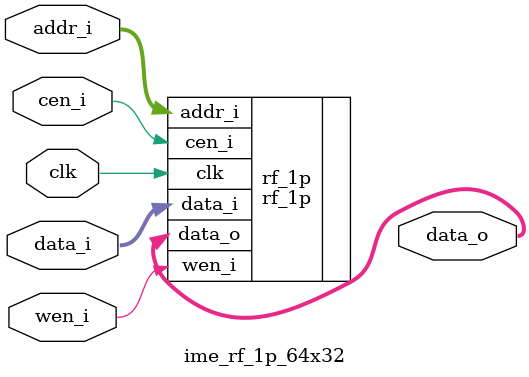
<source format=v>

`include "enc_defines.v"

module ime_rf_1p_64x32 (
  clk    ,
  cen_i  ,
  wen_i  ,
  addr_i ,
  data_i ,
  data_o
);

//*** PARAMETER DECLARATION ****************************************************

  localparam Word_Width = 64 ;
  localparam Addr_Width = 5  ;


//*** INPUT/OUTPUT DECLARATION *************************************************

  input                     clk    ;
  input                     cen_i  ;
  input                     wen_i  ;
  input   [Addr_Width-1:0]  addr_i ;
  input   [Word_Width-1:0]  data_i ;
  output  [Word_Width-1:0]  data_o ;


//*** MAIN BODY ****************************************************************

  rf_1p #(
    .Addr_Width    ( Addr_Width    ),
    .Word_Width    ( Word_Width    )
  ) rf_1p (
    .clk           ( clk           ),
    .cen_i         ( cen_i         ),
    .wen_i         ( wen_i         ),
    .addr_i        ( addr_i        ),
    .data_i        ( data_i        ),
    .data_o        ( data_o        )
    );


endmodule

</source>
